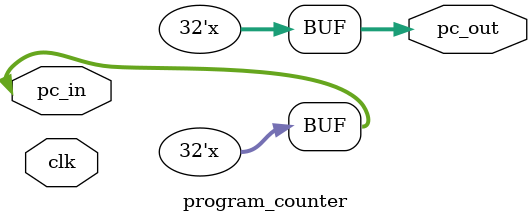
<source format=v>
module program_counter (
	input clk,    // Clock
	input [31:0] pc_in,

	output [31:0] pc_out
	
);

always @ (clk, pc_in, pc_out) begin 
	case (clk)
		1'b0 : pc_in = pc_out;
		1'b1 : pc_out = pc_in;

	endcase
end

endmodule
</source>
